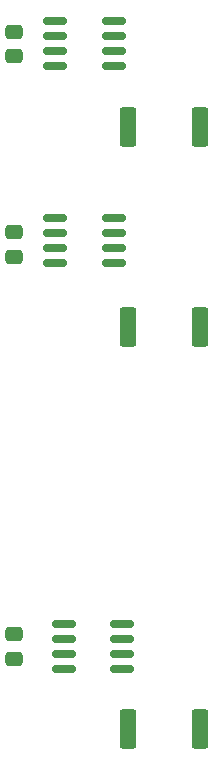
<source format=gtp>
G04 #@! TF.GenerationSoftware,KiCad,Pcbnew,8.0.6*
G04 #@! TF.CreationDate,2024-12-29T09:41:19-05:00*
G04 #@! TF.ProjectId,Beagley-ai-3CAN,42656167-6c65-4792-9d61-692d3343414e,rev?*
G04 #@! TF.SameCoordinates,Original*
G04 #@! TF.FileFunction,Paste,Top*
G04 #@! TF.FilePolarity,Positive*
%FSLAX46Y46*%
G04 Gerber Fmt 4.6, Leading zero omitted, Abs format (unit mm)*
G04 Created by KiCad (PCBNEW 8.0.6) date 2024-12-29 09:41:19*
%MOMM*%
%LPD*%
G01*
G04 APERTURE LIST*
G04 Aperture macros list*
%AMRoundRect*
0 Rectangle with rounded corners*
0 $1 Rounding radius*
0 $2 $3 $4 $5 $6 $7 $8 $9 X,Y pos of 4 corners*
0 Add a 4 corners polygon primitive as box body*
4,1,4,$2,$3,$4,$5,$6,$7,$8,$9,$2,$3,0*
0 Add four circle primitives for the rounded corners*
1,1,$1+$1,$2,$3*
1,1,$1+$1,$4,$5*
1,1,$1+$1,$6,$7*
1,1,$1+$1,$8,$9*
0 Add four rect primitives between the rounded corners*
20,1,$1+$1,$2,$3,$4,$5,0*
20,1,$1+$1,$4,$5,$6,$7,0*
20,1,$1+$1,$6,$7,$8,$9,0*
20,1,$1+$1,$8,$9,$2,$3,0*%
G04 Aperture macros list end*
%ADD10RoundRect,0.250000X0.475000X-0.337500X0.475000X0.337500X-0.475000X0.337500X-0.475000X-0.337500X0*%
%ADD11RoundRect,0.249999X0.450001X1.425001X-0.450001X1.425001X-0.450001X-1.425001X0.450001X-1.425001X0*%
%ADD12RoundRect,0.150000X-0.825000X-0.150000X0.825000X-0.150000X0.825000X0.150000X-0.825000X0.150000X0*%
G04 APERTURE END LIST*
D10*
X148000000Y-67037500D03*
X148000000Y-64962500D03*
D11*
X163800000Y-73000000D03*
X157700000Y-73000000D03*
D10*
X148000000Y-118037500D03*
X148000000Y-115962500D03*
D12*
X151525000Y-80745000D03*
X151525000Y-82015000D03*
X151525000Y-83285000D03*
X151525000Y-84555000D03*
X156475000Y-84555000D03*
X156475000Y-83285000D03*
X156475000Y-82015000D03*
X156475000Y-80745000D03*
X152225000Y-115095000D03*
X152225000Y-116365000D03*
X152225000Y-117635000D03*
X152225000Y-118905000D03*
X157175000Y-118905000D03*
X157175000Y-117635000D03*
X157175000Y-116365000D03*
X157175000Y-115095000D03*
D11*
X163800000Y-124000000D03*
X157700000Y-124000000D03*
X163800000Y-90000000D03*
X157700000Y-90000000D03*
D12*
X151525000Y-64095000D03*
X151525000Y-65365000D03*
X151525000Y-66635000D03*
X151525000Y-67905000D03*
X156475000Y-67905000D03*
X156475000Y-66635000D03*
X156475000Y-65365000D03*
X156475000Y-64095000D03*
D10*
X148000000Y-84037500D03*
X148000000Y-81962500D03*
M02*

</source>
